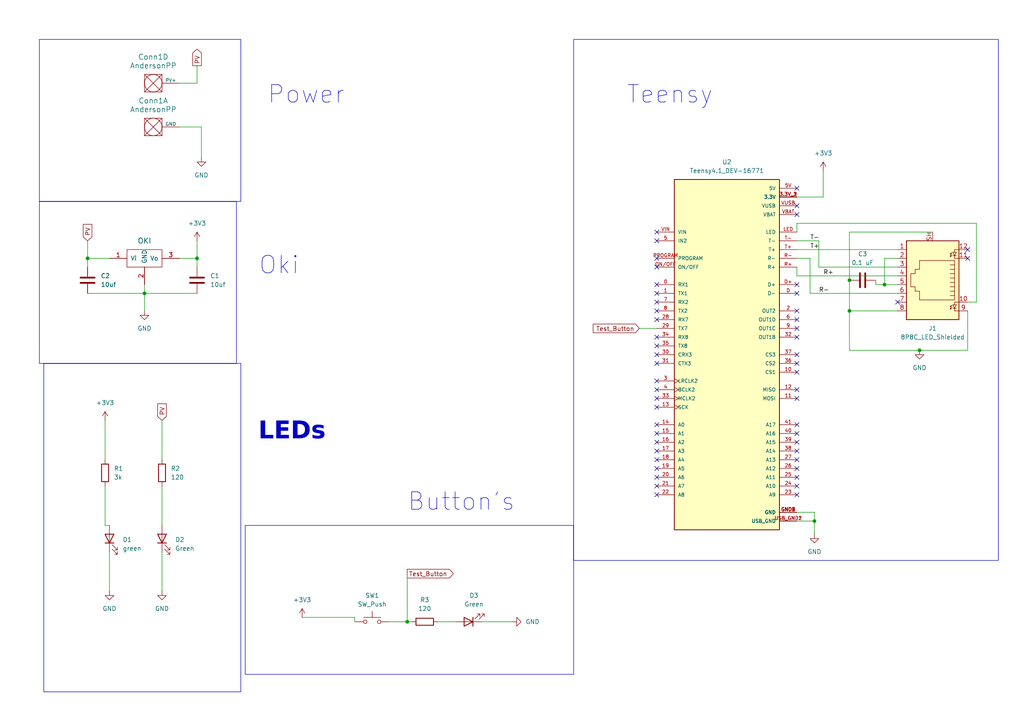
<source format=kicad_sch>
(kicad_sch (version 20230121) (generator eeschema)
  (paper "A4")
  (lib_symbols
    (symbol "Connector:8P8C_LED_Shielded" (pin_names (offset 1.016))
      (property "Reference" "J" (at -5.08 13.97 0))
      (property "Value" "8P8C_LED_Shielded" (at 1.27 13.97 0))
      (symbol "8P8C_LED_Shielded_0_1"
        (polyline (pts (xy -7.62 -7.62) (xy -6.35 -7.62)))
        (polyline (pts (xy -7.62 -5.08) (xy -6.35 -5.08)))
        (polyline (pts (xy -7.62 7.62) (xy -6.35 7.62)))
        (polyline (pts (xy -7.62 10.16) (xy -6.35 10.16)))
        (polyline (pts (xy -6.858 -5.842) (xy -5.842 -5.842)))
        (polyline (pts (xy -6.858 9.398) (xy -5.842 9.398)))
        (polyline (pts (xy -6.35 -7.62) (xy -6.35 -6.858)))
        (polyline (pts (xy -6.35 -5.08) (xy -6.35 -5.842)))
        (polyline (pts (xy -6.35 7.62) (xy -6.35 8.382)))
        (polyline (pts (xy -6.35 10.16) (xy -6.35 9.398)))
        (polyline (pts (xy -5.08 -6.223) (xy -5.207 -6.604)))
        (polyline (pts (xy -5.08 -5.588) (xy -5.207 -5.969)))
        (polyline (pts (xy -5.08 4.445) (xy -6.35 4.445)))
        (polyline (pts (xy -5.08 5.715) (xy -6.35 5.715)))
        (polyline (pts (xy -5.08 9.017) (xy -5.207 8.636)))
        (polyline (pts (xy -5.08 9.652) (xy -5.207 9.271)))
        (polyline (pts (xy -6.35 -3.175) (xy -5.08 -3.175) (xy -5.08 -3.175)))
        (polyline (pts (xy -6.35 -1.905) (xy -5.08 -1.905) (xy -5.08 -1.905)))
        (polyline (pts (xy -6.35 -0.635) (xy -5.08 -0.635) (xy -5.08 -0.635)))
        (polyline (pts (xy -6.35 0.635) (xy -5.08 0.635) (xy -5.08 0.635)))
        (polyline (pts (xy -6.35 1.905) (xy -5.08 1.905) (xy -5.08 1.905)))
        (polyline (pts (xy -5.588 -6.731) (xy -5.08 -6.223) (xy -5.461 -6.35)))
        (polyline (pts (xy -5.588 -6.096) (xy -5.08 -5.588) (xy -5.461 -5.715)))
        (polyline (pts (xy -5.588 8.509) (xy -5.08 9.017) (xy -5.461 8.89)))
        (polyline (pts (xy -5.588 9.144) (xy -5.08 9.652) (xy -5.461 9.525)))
        (polyline (pts (xy -5.08 3.175) (xy -6.35 3.175) (xy -6.35 3.175)))
        (polyline (pts (xy -6.35 -5.842) (xy -6.858 -6.858) (xy -5.842 -6.858) (xy -6.35 -5.842)))
        (polyline (pts (xy -6.35 9.398) (xy -6.858 8.382) (xy -5.842 8.382) (xy -6.35 9.398)))
        (polyline (pts (xy -6.35 -4.445) (xy -6.35 6.985) (xy 3.81 6.985) (xy 3.81 4.445) (xy 5.08 4.445) (xy 5.08 3.175) (xy 6.35 3.175) (xy 6.35 -0.635) (xy 5.08 -0.635) (xy 5.08 -1.905) (xy 3.81 -1.905) (xy 3.81 -4.445) (xy -6.35 -4.445) (xy -6.35 -4.445)))
        (rectangle (start 7.62 12.7) (end -7.62 -10.16) (stroke (width 0.254)) (fill (type background)))
      )
      (symbol "8P8C_LED_Shielded_1_1"
        (pin passive line (at 10.16 -7.62 180) (length 2.54) (name "~") (number "1"))
        (pin passive line (at -10.16 7.62 0) (length 2.54) (name "~") (number "10"))
        (pin passive line (at -10.16 -5.08 0) (length 2.54) (name "~") (number "11"))
        (pin passive line (at -10.16 -7.62 0) (length 2.54) (name "~") (number "12"))
        (pin passive line (at 10.16 -5.08 180) (length 2.54) (name "~") (number "2"))
        (pin passive line (at 10.16 -2.54 180) (length 2.54) (name "~") (number "3"))
        (pin passive line (at 10.16 0 180) (length 2.54) (name "~") (number "4"))
        (pin passive line (at 10.16 2.54 180) (length 2.54) (name "~") (number "5"))
        (pin passive line (at 10.16 5.08 180) (length 2.54) (name "~") (number "6"))
        (pin passive line (at 10.16 7.62 180) (length 2.54) (name "~") (number "7"))
        (pin passive line (at 10.16 10.16 180) (length 2.54) (name "~") (number "8"))
        (pin passive line (at -10.16 10.16 0) (length 2.54) (name "~") (number "9"))
        (pin passive line (at 0 -12.7 90) (length 2.54) (name "~") (number "SH"))
      )
    )
    (symbol "Device:C" (pin_numbers hide) (pin_names (offset 0.254))
      (property "Reference" "C" (at 0.635 2.54 0))
      (property "Value" "C" (at 0.635 -2.54 0))
      (symbol "C_0_1"
        (polyline (pts (xy -2.032 -0.762) (xy 2.032 -0.762)) (stroke (width 0.508)))
        (polyline (pts (xy -2.032 0.762) (xy 2.032 0.762)) (stroke (width 0.508)))
      )
      (symbol "C_1_1"
        (pin passive line (at 0 3.81 270) (length 2.794) (name "~") (number "1"))
        (pin passive line (at 0 -3.81 90) (length 2.794) (name "~") (number "2"))
      )
    )
    (symbol "Device:LED" (pin_numbers hide) (pin_names (offset 1.016) hide)
      (property "Reference" "D" (at 0 2.54 0))
      (property "Value" "LED" (at 0 -2.54 0))
      (symbol "LED_0_1"
        (polyline (pts (xy -1.27 -1.27) (xy -1.27 1.27)) (stroke (width 0.254)))
        (polyline (pts (xy -1.27 0) (xy 1.27 0)))
        (polyline (pts (xy 1.27 -1.27) (xy 1.27 1.27) (xy -1.27 0) (xy 1.27 -1.27)) (stroke (width 0.254)))
        (polyline (pts (xy -3.048 -0.762) (xy -4.572 -2.286) (xy -3.81 -2.286) (xy -4.572 -2.286) (xy -4.572 -1.524)))
        (polyline (pts (xy -1.778 -0.762) (xy -3.302 -2.286) (xy -2.54 -2.286) (xy -3.302 -2.286) (xy -3.302 -1.524)))
      )
      (symbol "LED_1_1"
        (pin passive line (at -3.81 0 0) (length 2.54) (name "K") (number "1"))
        (pin passive line (at 3.81 0 180) (length 2.54) (name "A") (number "2"))
      )
    )
    (symbol "Device:R" (pin_numbers hide) (pin_names (offset 0))
      (property "Reference" "R" (at 2.032 0 90))
      (property "Value" "R" (at 0 0 90))
      (symbol "R_0_1"
        (rectangle (start -1.016 -2.54) (end 1.016 2.54) (stroke (width 0.254)))
      )
      (symbol "R_1_1"
        (pin passive line (at 0 3.81 270) (length 1.27) (name "~") (number "1"))
        (pin passive line (at 0 -3.81 90) (length 1.27) (name "~") (number "2"))
      )
    )
    (symbol "MRDT_Connectors:AndersonPP" (pin_numbers hide) (pin_names (offset 0))
      (property "Reference" "Conn" (at 3.81 -1.27 0))
      (property "Value" "AndersonPP" (at 2.54 6.35 0))
      (symbol "AndersonPP_0_1"
        (polyline (pts (xy 0 5.08) (xy 5.08 0)))
        (polyline (pts (xy 5.08 5.08) (xy 0 0)))
        (rectangle (start 0 0) (end 5.08 5.08))
        (circle (center 2.54 2.54) (radius 2.54))
      )
      (symbol "AndersonPP_1_1"
        (pin input line (at 10.16 2.54 180) (length 5.08) (name "GND") (number "1"))
      )
      (symbol "AndersonPP_2_1"
        (pin input line (at 10.16 2.54 180) (length 5.08) (name "V+Log") (number "2"))
      )
      (symbol "AndersonPP_3_1"
        (pin input line (at 10.16 2.54 180) (length 5.08) (name "V+Act") (number "3"))
      )
      (symbol "AndersonPP_4_1"
        (pin input line (at 10.16 2.54 180) (length 5.08) (name "PV+") (number "4"))
      )
      (symbol "AndersonPP_5_1"
        (pin input line (at 10.16 2.54 180) (length 5.08) (name "~") (number "1"))
      )
    )
    (symbol "MRDT_Devices:OKI" (pin_names (offset 1.016))
      (property "Value" "OKI" (at 5.08 6.35 0))
      (symbol "OKI_0_1"
        (rectangle (start 0 0) (end 10.16 5.08))
      )
      (symbol "OKI_1_1"
        (pin input line (at -5.08 2.54 0) (length 5.08) (name "Vi") (number "1"))
        (pin output line (at 5.08 -5.08 90) (length 5.08) (name "GND") (number "2"))
        (pin output line (at 15.24 2.54 180) (length 5.08) (name "Vo") (number "3"))
      )
    )
    (symbol "MRDT_Shields:Teensy4.1_DEV-16771" (pin_names (offset 1.016))
      (property "Reference" "U" (at -15.24 52.07 0))
      (property "Value" "Teensy4.1_DEV-16771" (at -15.24 -53.34 0))
      (symbol "Teensy4.1_DEV-16771_0_0"
        (rectangle (start -15.24 -50.8) (end 15.24 50.8) (stroke (width 0.254)) (fill (type background)))
        (pin bidirectional line (at -20.32 20.32 0) (length 5.08) (name "RX1") (number "0"))
        (pin bidirectional line (at -20.32 17.78 0) (length 5.08) (name "TX1") (number "1"))
        (pin bidirectional line (at 20.32 -5.08 180) (length 5.08) (name "CS1") (number "10"))
        (pin bidirectional line (at 20.32 -12.7 180) (length 5.08) (name "MOSI") (number "11"))
        (pin bidirectional line (at 20.32 -10.16 180) (length 5.08) (name "MISO") (number "12"))
        (pin bidirectional clock (at -20.32 -15.24 0) (length 5.08) (name "SCK") (number "13"))
        (pin bidirectional line (at -20.32 -20.32 0) (length 5.08) (name "A0") (number "14"))
        (pin bidirectional line (at -20.32 -22.86 0) (length 5.08) (name "A1") (number "15"))
        (pin bidirectional line (at -20.32 -25.4 0) (length 5.08) (name "A2") (number "16"))
        (pin bidirectional line (at -20.32 -27.94 0) (length 5.08) (name "A3") (number "17"))
        (pin bidirectional line (at -20.32 -30.48 0) (length 5.08) (name "A4") (number "18"))
        (pin bidirectional line (at -20.32 -33.02 0) (length 5.08) (name "A5") (number "19"))
        (pin output line (at 20.32 12.7 180) (length 5.08) (name "OUT2") (number "2"))
        (pin bidirectional line (at -20.32 -35.56 0) (length 5.08) (name "A6") (number "20"))
        (pin bidirectional line (at -20.32 -38.1 0) (length 5.08) (name "A7") (number "21"))
        (pin bidirectional line (at -20.32 -40.64 0) (length 5.08) (name "A8") (number "22"))
        (pin bidirectional line (at 20.32 -40.64 180) (length 5.08) (name "A9") (number "23"))
        (pin bidirectional line (at 20.32 -38.1 180) (length 5.08) (name "A10") (number "24"))
        (pin bidirectional line (at 20.32 -35.56 180) (length 5.08) (name "A11") (number "25"))
        (pin bidirectional line (at 20.32 -33.02 180) (length 5.08) (name "A12") (number "26"))
        (pin bidirectional line (at 20.32 -30.48 180) (length 5.08) (name "A13") (number "27"))
        (pin bidirectional line (at -20.32 10.16 0) (length 5.08) (name "RX7") (number "28"))
        (pin bidirectional line (at -20.32 7.62 0) (length 5.08) (name "TX7") (number "29"))
        (pin bidirectional clock (at -20.32 -7.62 0) (length 5.08) (name "LRCLK2") (number "3"))
        (pin power_in line (at 20.32 45.72 180) (length 5.08) (name "3.3V") (number "3.3V_1"))
        (pin power_in line (at 20.32 45.72 180) (length 5.08) (name "3.3V") (number "3.3V_2"))
        (pin power_in line (at 20.32 45.72 180) (length 5.08) (name "3.3V") (number "3.3V_3"))
        (pin bidirectional line (at -20.32 0 0) (length 5.08) (name "CRX3") (number "30"))
        (pin bidirectional line (at -20.32 -2.54 0) (length 5.08) (name "CTX3") (number "31"))
        (pin output line (at 20.32 5.08 180) (length 5.08) (name "OUT1B") (number "32"))
        (pin bidirectional clock (at -20.32 -12.7 0) (length 5.08) (name "MCLK2") (number "33"))
        (pin bidirectional line (at -20.32 5.08 0) (length 5.08) (name "RX8") (number "34"))
        (pin bidirectional line (at -20.32 2.54 0) (length 5.08) (name "TX8") (number "35"))
        (pin bidirectional line (at 20.32 -2.54 180) (length 5.08) (name "CS2") (number "36"))
        (pin bidirectional line (at 20.32 0 180) (length 5.08) (name "CS3") (number "37"))
        (pin bidirectional line (at 20.32 -27.94 180) (length 5.08) (name "A14") (number "38"))
        (pin bidirectional line (at 20.32 -25.4 180) (length 5.08) (name "A15") (number "39"))
        (pin bidirectional clock (at -20.32 -10.16 0) (length 5.08) (name "BCLK2") (number "4"))
        (pin bidirectional line (at 20.32 -22.86 180) (length 5.08) (name "A16") (number "40"))
        (pin bidirectional line (at 20.32 -20.32 180) (length 5.08) (name "A17") (number "41"))
        (pin bidirectional line (at -20.32 33.02 0) (length 5.08) (name "IN2") (number "5"))
        (pin power_in line (at 20.32 48.26 180) (length 5.08) (name "5V") (number "5V"))
        (pin output line (at 20.32 10.16 180) (length 5.08) (name "OUT1D") (number "6"))
        (pin bidirectional line (at -20.32 15.24 0) (length 5.08) (name "RX2") (number "7"))
        (pin bidirectional line (at -20.32 12.7 0) (length 5.08) (name "TX2") (number "8"))
        (pin output line (at 20.32 7.62 180) (length 5.08) (name "OUT1C") (number "9"))
        (pin bidirectional line (at 20.32 17.78 180) (length 5.08) (name "D-") (number "D"))
        (pin bidirectional line (at 20.32 20.32 180) (length 5.08) (name "D+") (number "D+"))
        (pin power_in line (at 20.32 -45.72 180) (length 5.08) (name "GND") (number "GND1"))
        (pin power_in line (at 20.32 -45.72 180) (length 5.08) (name "GND") (number "GND2"))
        (pin power_in line (at 20.32 -45.72 180) (length 5.08) (name "GND") (number "GND3"))
        (pin power_in line (at 20.32 -45.72 180) (length 5.08) (name "GND") (number "GND4"))
        (pin power_in line (at 20.32 -45.72 180) (length 5.08) (name "GND") (number "GND5"))
        (pin bidirectional line (at 20.32 35.56 180) (length 5.08) (name "LED") (number "LED"))
        (pin bidirectional line (at -20.32 25.4 0) (length 5.08) (name "ON/OFF") (number "ON/OFF"))
        (pin bidirectional line (at -20.32 27.94 0) (length 5.08) (name "PROGRAM") (number "PROGRAM"))
        (pin bidirectional line (at 20.32 25.4 180) (length 5.08) (name "R+") (number "R+"))
        (pin bidirectional line (at 20.32 27.94 180) (length 5.08) (name "R-") (number "R-"))
        (pin bidirectional line (at 20.32 30.48 180) (length 5.08) (name "T+") (number "T+"))
        (pin bidirectional line (at 20.32 33.02 180) (length 5.08) (name "T-") (number "T-"))
        (pin power_in line (at 20.32 -48.26 180) (length 5.08) (name "USB_GND") (number "USB_GND1"))
        (pin power_in line (at 20.32 -48.26 180) (length 5.08) (name "USB_GND") (number "USB_GND2"))
        (pin passive line (at 20.32 40.64 180) (length 5.08) (name "VBAT") (number "VBAT"))
        (pin input line (at -20.32 35.56 0) (length 5.08) (name "VIN") (number "VIN"))
        (pin passive line (at 20.32 43.18 180) (length 5.08) (name "VUSB") (number "VUSB"))
      )
    )
    (symbol "Switch:SW_Push" (pin_numbers hide) (pin_names (offset 1.016) hide)
      (property "Reference" "SW" (at 1.27 2.54 0))
      (property "Value" "SW_Push" (at 0 -1.524 0))
      (symbol "SW_Push_0_1"
        (circle (center -2.032 0) (radius 0.508))
        (polyline (pts (xy 0 1.27) (xy 0 3.048)))
        (polyline (pts (xy 2.54 1.27) (xy -2.54 1.27)))
        (circle (center 2.032 0) (radius 0.508))
        (pin passive line (at -5.08 0 0) (length 2.54) (name "1") (number "1"))
        (pin passive line (at 5.08 0 180) (length 2.54) (name "2") (number "2"))
      )
    )
    (symbol "power:+3V3" (power) (pin_names (offset 0))
      (property "Value" "+3V3" (at 0 3.556 0))
      (symbol "+3V3_0_1"
        (polyline (pts (xy -0.762 1.27) (xy 0 2.54)))
        (polyline (pts (xy 0 0) (xy 0 2.54)))
        (polyline (pts (xy 0 2.54) (xy 0.762 1.27)))
      )
      (symbol "+3V3_1_1"
        (pin power_in line (at 0 0 90) (length 0) hide (name "+3V3") (number "1"))
      )
    )
    (symbol "power:GND" (power) (pin_names (offset 0))
      (property "Value" "GND" (at 0 -3.81 0))
      (symbol "GND_0_1"
        (polyline (pts (xy 0 0) (xy 0 -1.27) (xy 1.27 -1.27) (xy 0 -2.54) (xy -1.27 -1.27) (xy 0 -1.27)))
      )
      (symbol "GND_1_1"
        (pin power_in line (at 0 0 270) (length 0) hide (name "GND") (number "1"))
      )
    )
  )
  (junction (at 118.11 180.34))
  (junction (at 57.15 74.93))
  (junction (at 246.38 90.17))
  (junction (at 266.7 101.6))
  (junction (at 246.38 81.28))
  (junction (at 25.4 74.93))
  (junction (at 41.91 85.09))
  (junction (at 256.54 82.55))
  (junction (at 236.22 151.13))
  (no_connect (at 231.14 128.27))
  (no_connect (at 190.5 69.85))
  (no_connect (at 231.14 54.61))
  (no_connect (at 231.14 95.25))
  (no_connect (at 190.5 133.35))
  (no_connect (at 190.5 118.11))
  (no_connect (at 231.14 107.95))
  (no_connect (at 231.14 140.97))
  (no_connect (at 190.5 102.87))
  (no_connect (at 231.14 125.73))
  (no_connect (at 190.5 90.17))
  (no_connect (at 231.14 90.17))
  (no_connect (at 190.5 85.09))
  (no_connect (at 190.5 130.81))
  (no_connect (at 190.5 77.47))
  (no_connect (at 231.14 102.87))
  (no_connect (at 280.67 74.93))
  (no_connect (at 190.5 67.31))
  (no_connect (at 231.14 123.19))
  (no_connect (at 190.5 123.19))
  (no_connect (at 190.5 125.73))
  (no_connect (at 231.14 113.03))
  (no_connect (at 190.5 105.41))
  (no_connect (at 190.5 115.57))
  (no_connect (at 190.5 128.27))
  (no_connect (at 231.14 115.57))
  (no_connect (at 231.14 92.71))
  (no_connect (at 190.5 110.49))
  (no_connect (at 231.14 138.43))
  (no_connect (at 231.14 105.41))
  (no_connect (at 190.5 97.79))
  (no_connect (at 190.5 113.03))
  (no_connect (at 231.14 133.35))
  (no_connect (at 190.5 135.89))
  (no_connect (at 260.35 87.63))
  (no_connect (at 231.14 59.69))
  (no_connect (at 190.5 143.51))
  (no_connect (at 231.14 85.09))
  (no_connect (at 231.14 130.81))
  (no_connect (at 190.5 74.93))
  (no_connect (at 231.14 62.23))
  (no_connect (at 190.5 138.43))
  (no_connect (at 190.5 82.55))
  (no_connect (at 190.5 140.97))
  (no_connect (at 231.14 143.51))
  (no_connect (at 190.5 92.71))
  (no_connect (at 231.14 97.79))
  (no_connect (at 231.14 135.89))
  (no_connect (at 190.5 87.63))
  (no_connect (at 280.67 72.39))
  (no_connect (at 231.14 82.55))
  (no_connect (at 190.5 100.33))
  (wire (pts (xy 25.4 74.93) (xy 25.4 77.47)))
  (wire (pts (xy 57.15 19.05) (xy 57.15 24.13)))
  (wire (pts (xy 102.87 179.07) (xy 102.87 180.34)))
  (wire (pts (xy 58.42 36.83) (xy 58.42 45.72)))
  (wire (pts (xy 266.7 101.6) (xy 246.38 101.6)))
  (wire (pts (xy 280.67 90.17) (xy 280.67 101.6)))
  (wire (pts (xy 254 82.55) (xy 254 81.28)))
  (wire (pts (xy 256.54 74.93) (xy 256.54 82.55)))
  (wire (pts (xy 25.4 69.85) (xy 25.4 74.93)))
  (wire (pts (xy 246.38 90.17) (xy 246.38 81.28)))
  (wire (pts (xy 231.14 80.01) (xy 231.14 77.47)))
  (wire (pts (xy 260.35 85.09) (xy 234.95 85.09)))
  (wire (pts (xy 256.54 82.55) (xy 254 82.55)))
  (wire (pts (xy 30.48 152.4) (xy 31.75 152.4)))
  (wire (pts (xy 30.48 140.97) (xy 30.48 152.4)))
  (wire (pts (xy 46.99 160.02) (xy 46.99 171.45)))
  (wire (pts (xy 57.15 24.13) (xy 52.07 24.13)))
  (wire (pts (xy 283.21 64.77) (xy 231.14 64.77)))
  (wire (pts (xy 139.7 180.34) (xy 148.59 180.34)))
  (wire (pts (xy 246.38 90.17) (xy 260.35 90.17)))
  (wire (pts (xy 231.14 72.39) (xy 260.35 72.39)))
  (wire (pts (xy 246.38 67.31) (xy 246.38 81.28)))
  (wire (pts (xy 31.75 160.02) (xy 31.75 171.45)))
  (wire (pts (xy 185.42 95.25) (xy 190.5 95.25)))
  (wire (pts (xy 231.14 57.15) (xy 238.76 57.15)))
  (wire (pts (xy 231.14 151.13) (xy 236.22 151.13)))
  (wire (pts (xy 231.14 148.59) (xy 236.22 148.59)))
  (wire (pts (xy 260.35 82.55) (xy 256.54 82.55)))
  (wire (pts (xy 237.49 77.47) (xy 237.49 69.85)))
  (wire (pts (xy 57.15 74.93) (xy 57.15 77.47)))
  (wire (pts (xy 52.07 36.83) (xy 58.42 36.83)))
  (wire (pts (xy 57.15 69.85) (xy 57.15 74.93)))
  (wire (pts (xy 260.35 80.01) (xy 231.14 80.01)))
  (wire (pts (xy 270.51 67.31) (xy 246.38 67.31)))
  (wire (pts (xy 280.67 101.6) (xy 266.7 101.6)))
  (wire (pts (xy 41.91 85.09) (xy 41.91 90.17)))
  (wire (pts (xy 237.49 69.85) (xy 231.14 69.85)))
  (wire (pts (xy 280.67 87.63) (xy 283.21 87.63)))
  (wire (pts (xy 31.75 74.93) (xy 25.4 74.93)))
  (wire (pts (xy 234.95 85.09) (xy 234.95 74.93)))
  (wire (pts (xy 236.22 148.59) (xy 236.22 151.13)))
  (wire (pts (xy 231.14 64.77) (xy 231.14 67.31)))
  (wire (pts (xy 283.21 87.63) (xy 283.21 64.77)))
  (wire (pts (xy 52.07 74.93) (xy 57.15 74.93)))
  (wire (pts (xy 246.38 101.6) (xy 246.38 90.17)))
  (wire (pts (xy 46.99 140.97) (xy 46.99 152.4)))
  (wire (pts (xy 41.91 85.09) (xy 57.15 85.09)))
  (wire (pts (xy 260.35 74.93) (xy 256.54 74.93)))
  (wire (pts (xy 118.11 166.37) (xy 118.11 180.34)))
  (wire (pts (xy 113.03 180.34) (xy 118.11 180.34)))
  (wire (pts (xy 238.76 57.15) (xy 238.76 49.53)))
  (wire (pts (xy 25.4 85.09) (xy 41.91 85.09)))
  (wire (pts (xy 87.63 179.07) (xy 102.87 179.07)))
  (wire (pts (xy 41.91 85.09) (xy 41.91 82.55)))
  (wire (pts (xy 236.22 151.13) (xy 236.22 154.94)))
  (wire (pts (xy 260.35 77.47) (xy 237.49 77.47)))
  (wire (pts (xy 30.48 121.92) (xy 30.48 133.35)))
  (wire (pts (xy 127 180.34) (xy 132.08 180.34)))
  (wire (pts (xy 234.95 74.93) (xy 231.14 74.93)))
  (wire (pts (xy 46.99 121.92) (xy 46.99 133.35)))
  (wire (pts (xy 118.11 180.34) (xy 119.38 180.34)))
  (rectangle (start 11.43 58.42) (end 68.58 105.41))
  (rectangle (start 166.37 11.43) (end 289.56 162.56))
  (rectangle (start 11.43 11.43) (end 69.85 58.42))
  (rectangle (start 71.12 152.4) (end 166.37 195.58))
  (rectangle (start 12.7 105.41) (end 69.85 200.66))
  (text "Oki" (at 74.93 80.01 0) (effects (font (size 5.08 5.08)) (justify left bottom)))
  (text "Power" (at 77.47 30.48 0) (effects (font (size 5.08 5.08)) (justify left bottom)))
  (text "Button's" (at 118.11 148.59 0) (effects (font (size 5.08 5.08)) (justify left bottom)))
  (text "Teensy\n" (at 181.61 30.48 0) (effects (font (size 5.08 5.08)) (justify left bottom)))
  (text "LEDs" (at 74.93 129.54 0) (effects (font (size 5.08 5.08)) (justify left bottom)))
  (label "T+" (at 234.95 72.39 0))
  (label "R+" (at 238.76 80.01 0))
  (label "R-" (at 237.49 85.09 0))
  (label "T-" (at 234.95 69.85 0))
  (global_label "PV" (shape input) (at 46.99 121.92 90) (property "Intersheetrefs" "${INTERSHEET_REFS}" (effects hide)))
  (global_label "Test_Button" (shape input) (at 185.42 95.25 180) (property "Intersheetrefs" "${INTERSHEET_REFS}" (effects hide)))
  (global_label "PV" (shape input) (at 25.4 69.85 90) (property "Intersheetrefs" "${INTERSHEET_REFS}" (effects hide)))
  (global_label "Test_Button" (shape output) (at 118.11 166.37 0) (property "Intersheetrefs" "${INTERSHEET_REFS}" (effects hide)))
  (global_label "PV" (shape output) (at 57.15 19.05 90) (property "Intersheetrefs" "${INTERSHEET_REFS}" (effects hide)))
  (symbol (lib_id "power:GND") (at 58.42 45.72 0) (unit 1)
    (property "Reference" "#PWR01" (effects hide))
    (property "Value" "GND" (at 58.42 50.8 0))
  )
  (symbol (lib_id "power:+3V3") (at 57.15 69.85 0) (unit 1)
    (property "Reference" "#PWR02" (effects hide))
    (property "Value" "+3V3" (at 57.15 64.77 0))
  )
  (symbol (lib_id "MRDT_Devices:OKI") (at 36.83 77.47 0) (unit 1)
    (property "Reference" "U1" (effects hide))
    (property "Value" "OKI" (at 41.91 69.85 0) (effects (font (size 1.524 1.524))))
    (property "Footprint" "MRDT_Devices:OKI_Horizontal" (effects hide))
  )
  (symbol (lib_id "Connector:8P8C_LED_Shielded") (at 270.51 80.01 180) (unit 1)
    (property "Reference" "J1" (at 270.51 95.25 0))
    (property "Value" "8P8C_LED_Shielded" (at 270.51 97.79 0))
    (property "Footprint" "MRDT_Connectors:RJ45_Teensy" (effects hide))
  )
  (symbol (lib_id "power:GND") (at 266.7 101.6 0) (unit 1)
    (property "Reference" "#PWR09" (effects hide))
    (property "Value" "GND" (at 266.7 106.68 0))
  )
  (symbol (lib_id "Device:R") (at 123.19 180.34 90) (unit 1)
    (property "Reference" "R3" (at 123.19 173.99 90))
    (property "Value" "120" (at 123.19 176.53 90))
    (property "Footprint" "Resistor_SMD:R_0603_1608Metric_Pad0.98x0.95mm_HandSolder" (effects hide))
  )
  (symbol (lib_id "power:GND") (at 236.22 154.94 0) (unit 1)
    (property "Reference" "#PWR08" (effects hide))
    (property "Value" "GND" (at 236.22 160.02 0))
  )
  (symbol (lib_id "Device:R") (at 30.48 137.16 0) (unit 1)
    (property "Reference" "R1" (at 33.02 135.89 0) (effects (justify left)))
    (property "Value" "3k" (at 33.02 138.43 0) (effects (justify left)))
    (property "Footprint" "Resistor_SMD:R_0603_1608Metric_Pad0.98x0.95mm_HandSolder" (effects hide))
  )
  (symbol (lib_id "MRDT_Connectors:AndersonPP") (at 41.91 39.37 0) (unit 1)
    (property "Reference" "Conn1" (at 44.45 29.21 0) (effects (font (size 1.524 1.524))))
    (property "Value" "AndersonPP" (at 44.45 31.75 0) (effects (font (size 1.524 1.524))))
    (property "Footprint" "MRDT_Connectors:Square_Anderson_2_H_Side_By_Side_PV" (effects hide))
  )
  (symbol (lib_id "power:GND") (at 31.75 171.45 0) (unit 1)
    (property "Reference" "#PWR04" (effects hide))
    (property "Value" "GND" (at 31.75 176.53 0))
  )
  (symbol (lib_id "Device:C") (at 25.4 81.28 0) (unit 1)
    (property "Reference" "C2" (at 29.21 80.01 0) (effects (justify left)))
    (property "Value" "10uf" (at 29.21 82.55 0) (effects (justify left)))
    (property "Footprint" "Capacitor_SMD:C_0603_1608Metric_Pad1.08x0.95mm_HandSolder" (effects hide))
  )
  (symbol (lib_id "Device:C") (at 250.19 81.28 90) (unit 1)
    (property "Reference" "C3" (at 250.19 73.66 90))
    (property "Value" "0.1 uF" (at 250.19 76.2 90))
    (property "Footprint" "Capacitor_SMD:C_0603_1608Metric_Pad1.08x0.95mm_HandSolder" (effects hide))
  )
  (symbol (lib_id "power:+3V3") (at 87.63 179.07 0) (unit 1)
    (property "Reference" "#PWR010" (effects hide))
    (property "Value" "+3V3" (at 87.63 173.99 0))
  )
  (symbol (lib_id "Device:LED") (at 31.75 156.21 90) (unit 1)
    (property "Reference" "D1" (at 35.56 156.5275 90) (effects (justify right)))
    (property "Value" "green" (at 35.56 159.0675 90) (effects (justify right)))
    (property "Footprint" "LED_SMD:LED_0603_1608Metric_Pad1.05x0.95mm_HandSolder" (effects hide))
  )
  (symbol (lib_id "power:GND") (at 41.91 90.17 0) (unit 1)
    (property "Reference" "#PWR03" (effects hide))
    (property "Value" "GND" (at 41.91 95.25 0))
  )
  (symbol (lib_id "power:GND") (at 46.99 171.45 0) (unit 1)
    (property "Reference" "#PWR05" (effects hide))
    (property "Value" "GND" (at 46.99 176.53 0))
  )
  (symbol (lib_id "Switch:SW_Push") (at 107.95 180.34 0) (unit 1)
    (property "Reference" "SW1" (at 107.95 172.72 0))
    (property "Value" "SW_Push" (at 107.95 175.26 0))
    (property "Footprint" "Button_Switch_SMD:SW_SPST_TL3305A" (effects hide))
  )
  (symbol (lib_id "power:+3V3") (at 30.48 121.92 0) (unit 1)
    (property "Reference" "#PWR06" (effects hide))
    (property "Value" "+3V3" (at 30.48 116.84 0))
  )
  (symbol (lib_id "power:GND") (at 148.59 180.34 90) (unit 1)
    (property "Reference" "#PWR011" (effects hide))
    (property "Value" "GND" (at 152.4 180.34 90) (effects (justify right)))
  )
  (symbol (lib_id "Device:R") (at 46.99 137.16 0) (unit 1)
    (property "Reference" "R2" (at 49.53 135.89 0) (effects (justify left)))
    (property "Value" "120" (at 49.53 138.43 0) (effects (justify left)))
    (property "Footprint" "Resistor_SMD:R_0603_1608Metric_Pad0.98x0.95mm_HandSolder" (effects hide))
  )
  (symbol (lib_id "MRDT_Shields:Teensy4.1_DEV-16771") (at 210.82 102.87 0) (unit 1)
    (property "Reference" "U2" (at 210.82 46.99 0))
    (property "Value" "Teensy4.1_DEV-16771" (at 210.82 49.53 0))
    (property "Footprint" "MRDT_Shields:Teensy_4_1_Ethernet" (effects hide))
    (property "STANDARD" "Manufacturer recommendations" (effects hide))
    (property "MAXIMUM_PACKAGE_HEIGHT" "4.07mm" (effects hide))
    (property "MANUFACTURER" "SparkFun Electronics" (effects hide))
    (property "PARTREV" "4.1" (effects hide))
  )
  (symbol (lib_id "Device:C") (at 57.15 81.28 0) (unit 1)
    (property "Reference" "C1" (at 60.96 80.01 0) (effects (justify left)))
    (property "Value" "10uf" (at 60.96 82.55 0) (effects (justify left)))
    (property "Footprint" "Capacitor_SMD:C_0603_1608Metric_Pad1.08x0.95mm_HandSolder" (effects hide))
  )
  (symbol (lib_id "Device:LED") (at 46.99 156.21 90) (unit 1)
    (property "Reference" "D2" (at 50.8 156.5275 90) (effects (justify right)))
    (property "Value" "Green" (at 50.8 159.0675 90) (effects (justify right)))
    (property "Footprint" "LED_SMD:LED_0603_1608Metric_Pad1.05x0.95mm_HandSolder" (effects hide))
  )
  (symbol (lib_id "power:+3V3") (at 238.76 49.53 0) (unit 1)
    (property "Reference" "#PWR07" (effects hide))
    (property "Value" "+3V3" (at 238.76 44.45 0))
  )
  (symbol (lib_id "Device:LED") (at 135.89 180.34 180) (unit 1)
    (property "Reference" "D3" (at 137.4775 172.72 0))
    (property "Value" "Green" (at 137.4775 175.26 0))
    (property "Footprint" "LED_SMD:LED_0603_1608Metric_Pad1.05x0.95mm_HandSolder" (effects hide))
  )
  (symbol (lib_id "MRDT_Connectors:AndersonPP") (at 41.91 26.67 0) (unit 4)
    (property "Reference" "Conn1" (at 44.45 16.51 0) (effects (font (size 1.524 1.524))))
    (property "Value" "AndersonPP" (at 44.45 19.05 0) (effects (font (size 1.524 1.524))))
    (property "Footprint" "MRDT_Connectors:Square_Anderson_2_H_Side_By_Side_PV" (effects hide))
  )
)
</source>
